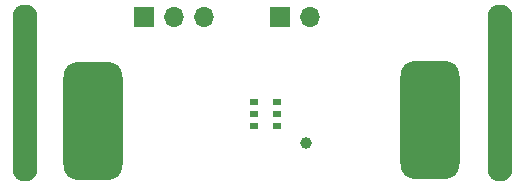
<source format=gbr>
%TF.GenerationSoftware,KiCad,Pcbnew,(6.0.4)*%
%TF.CreationDate,2022-08-02T16:27:21+10:00*%
%TF.ProjectId,GSR + ST V2,47535220-2b20-4535-9420-56322e6b6963,rev?*%
%TF.SameCoordinates,Original*%
%TF.FileFunction,Soldermask,Bot*%
%TF.FilePolarity,Negative*%
%FSLAX46Y46*%
G04 Gerber Fmt 4.6, Leading zero omitted, Abs format (unit mm)*
G04 Created by KiCad (PCBNEW (6.0.4)) date 2022-08-02 16:27:21*
%MOMM*%
%LPD*%
G01*
G04 APERTURE LIST*
G04 Aperture macros list*
%AMRoundRect*
0 Rectangle with rounded corners*
0 $1 Rounding radius*
0 $2 $3 $4 $5 $6 $7 $8 $9 X,Y pos of 4 corners*
0 Add a 4 corners polygon primitive as box body*
4,1,4,$2,$3,$4,$5,$6,$7,$8,$9,$2,$3,0*
0 Add four circle primitives for the rounded corners*
1,1,$1+$1,$2,$3*
1,1,$1+$1,$4,$5*
1,1,$1+$1,$6,$7*
1,1,$1+$1,$8,$9*
0 Add four rect primitives between the rounded corners*
20,1,$1+$1,$2,$3,$4,$5,0*
20,1,$1+$1,$4,$5,$6,$7,0*
20,1,$1+$1,$6,$7,$8,$9,0*
20,1,$1+$1,$8,$9,$2,$3,0*%
G04 Aperture macros list end*
%ADD10R,1.700000X1.700000*%
%ADD11O,1.700000X1.700000*%
%ADD12O,2.100000X15.000000*%
%ADD13RoundRect,0.037100X0.317900X0.227900X-0.317900X0.227900X-0.317900X-0.227900X0.317900X-0.227900X0*%
%ADD14RoundRect,1.250000X-1.250000X3.750000X-1.250000X-3.750000X1.250000X-3.750000X1.250000X3.750000X0*%
%ADD15C,1.000000*%
G04 APERTURE END LIST*
D10*
%TO.C,J2*%
X198200000Y-108000000D03*
D11*
X200740000Y-108000000D03*
%TD*%
D12*
%TO.C,REF\u002A\u002A*%
X216800000Y-114400000D03*
%TD*%
D10*
%TO.C,J1*%
X186675000Y-108000000D03*
D11*
X189215000Y-108000000D03*
X191755000Y-108000000D03*
%TD*%
D12*
%TO.C,REF\u002A\u002A*%
X176600000Y-114400000D03*
%TD*%
D13*
%TO.C,U4*%
X197985000Y-115200000D03*
X197985000Y-116200000D03*
X197985000Y-117200000D03*
X196015000Y-117200000D03*
X196015000Y-116200000D03*
X196015000Y-115200000D03*
%TD*%
D14*
%TO.C,U2*%
X210905000Y-116695000D03*
%TD*%
D15*
%TO.C,TP1*%
X200400000Y-118600000D03*
%TD*%
D14*
%TO.C,U1*%
X182400000Y-116800000D03*
%TD*%
M02*

</source>
